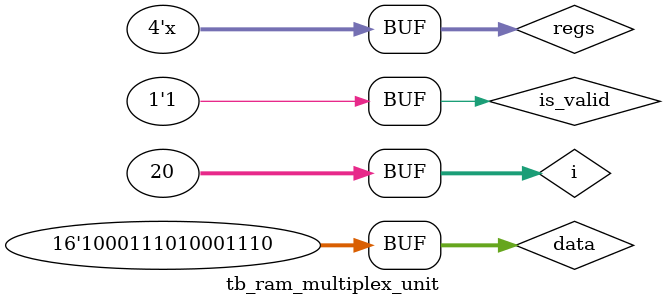
<source format=sv>


module tb_ram_multiplex_unit ();
	
	reg [15:0] data ;
	reg [3:0] regs;
	reg is_valid, ram_bit;

	integer i;

	ram_multiplex_unit bit_0 (data, regs, is_valid, ram_bit);


	initial begin
		data <= 16'b1000111010001110;
		is_valid <= 0;
		regs <= 0;

		for (i = 0; i < 20; i = i +1) begin
			#30 regs <= regs + 1;
		end


		#90 is_valid <= 1;
		regs <= 0;

		for (i = 0; i < 20; i = i +1) begin
			#30 regs <= regs + 1;
		end
	end
	
endmodule
</source>
